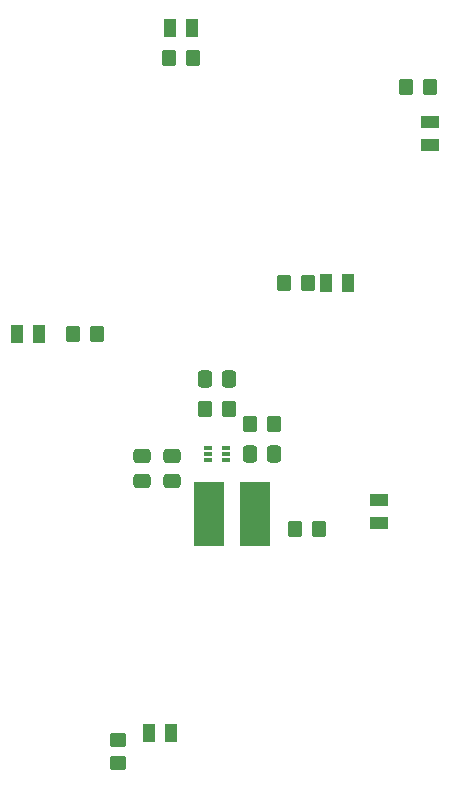
<source format=gbr>
%TF.GenerationSoftware,KiCad,Pcbnew,7.0.6*%
%TF.CreationDate,2023-07-13T14:25:20-05:00*%
%TF.ProjectId,SAO_AMAMW,53414f5f-414d-4414-9d57-2e6b69636164,rev?*%
%TF.SameCoordinates,Original*%
%TF.FileFunction,Paste,Bot*%
%TF.FilePolarity,Positive*%
%FSLAX46Y46*%
G04 Gerber Fmt 4.6, Leading zero omitted, Abs format (unit mm)*
G04 Created by KiCad (PCBNEW 7.0.6) date 2023-07-13 14:25:20*
%MOMM*%
%LPD*%
G01*
G04 APERTURE LIST*
G04 Aperture macros list*
%AMRoundRect*
0 Rectangle with rounded corners*
0 $1 Rounding radius*
0 $2 $3 $4 $5 $6 $7 $8 $9 X,Y pos of 4 corners*
0 Add a 4 corners polygon primitive as box body*
4,1,4,$2,$3,$4,$5,$6,$7,$8,$9,$2,$3,0*
0 Add four circle primitives for the rounded corners*
1,1,$1+$1,$2,$3*
1,1,$1+$1,$4,$5*
1,1,$1+$1,$6,$7*
1,1,$1+$1,$8,$9*
0 Add four rect primitives between the rounded corners*
20,1,$1+$1,$2,$3,$4,$5,0*
20,1,$1+$1,$4,$5,$6,$7,0*
20,1,$1+$1,$6,$7,$8,$9,0*
20,1,$1+$1,$8,$9,$2,$3,0*%
G04 Aperture macros list end*
%ADD10RoundRect,0.250000X-0.350000X-0.450000X0.350000X-0.450000X0.350000X0.450000X-0.350000X0.450000X0*%
%ADD11R,1.000000X1.570000*%
%ADD12RoundRect,0.250000X-0.337500X-0.475000X0.337500X-0.475000X0.337500X0.475000X-0.337500X0.475000X0*%
%ADD13RoundRect,0.250000X0.350000X0.450000X-0.350000X0.450000X-0.350000X-0.450000X0.350000X-0.450000X0*%
%ADD14R,1.570000X1.000000*%
%ADD15RoundRect,0.250000X-0.475000X0.337500X-0.475000X-0.337500X0.475000X-0.337500X0.475000X0.337500X0*%
%ADD16RoundRect,0.250000X0.450000X-0.350000X0.450000X0.350000X-0.450000X0.350000X-0.450000X-0.350000X0*%
%ADD17R,2.540000X5.500000*%
%ADD18R,0.700000X0.340000*%
G04 APERTURE END LIST*
D10*
%TO.C,R1*%
X133112000Y-68326000D03*
X135112000Y-68326000D03*
%TD*%
D11*
%TO.C,D4*%
X146360000Y-87376000D03*
X148280000Y-87376000D03*
%TD*%
D12*
%TO.C,C1*%
X139932500Y-101803200D03*
X142007500Y-101803200D03*
%TD*%
D13*
%TO.C,R4*%
X144845000Y-87315000D03*
X142845000Y-87315000D03*
%TD*%
D14*
%TO.C,D3*%
X150876000Y-107640000D03*
X150876000Y-105720000D03*
%TD*%
D15*
%TO.C,C3*%
X130810000Y-102035700D03*
X130810000Y-104110700D03*
%TD*%
D12*
%TO.C,C4*%
X136122500Y-95453200D03*
X138197500Y-95453200D03*
%TD*%
D13*
%TO.C,R5*%
X155178000Y-70739000D03*
X153178000Y-70739000D03*
%TD*%
D16*
%TO.C,R8*%
X128778000Y-128000000D03*
X128778000Y-126000000D03*
%TD*%
D10*
%TO.C,R7*%
X139970000Y-99263200D03*
X141970000Y-99263200D03*
%TD*%
D17*
%TO.C,L1*%
X140400000Y-106883200D03*
X136460000Y-106883200D03*
%TD*%
D10*
%TO.C,R6*%
X136160000Y-97993200D03*
X138160000Y-97993200D03*
%TD*%
D11*
%TO.C,D2*%
X122118000Y-91694000D03*
X120198000Y-91694000D03*
%TD*%
%TO.C,D1*%
X133152000Y-65786000D03*
X135072000Y-65786000D03*
%TD*%
D13*
%TO.C,R3*%
X145780000Y-108204000D03*
X143780000Y-108204000D03*
%TD*%
D14*
%TO.C,D5*%
X155194000Y-73716000D03*
X155194000Y-75636000D03*
%TD*%
D18*
%TO.C,U1*%
X137910000Y-101303200D03*
X137910000Y-101803200D03*
X137910000Y-102303200D03*
X136410000Y-102303200D03*
X136410000Y-101803200D03*
X136410000Y-101303200D03*
%TD*%
D10*
%TO.C,R2*%
X124984000Y-91694000D03*
X126984000Y-91694000D03*
%TD*%
D11*
%TO.C,D6*%
X133294000Y-125476000D03*
X131374000Y-125476000D03*
%TD*%
D15*
%TO.C,C2*%
X133350000Y-102035700D03*
X133350000Y-104110700D03*
%TD*%
M02*

</source>
